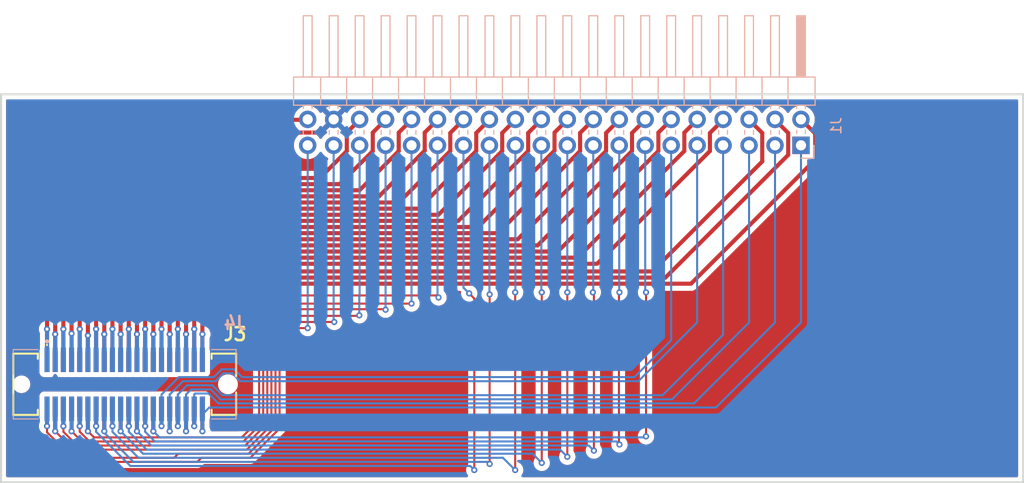
<source format=kicad_pcb>
(kicad_pcb (version 20241229) (generator "pcbnew") (generator_version "9.0")
  (layers (0 "F.Cu" signal) (2 "B.Cu" signal) (13 "F.Paste" user) (15 "B.Paste" user) (5 "F.SilkS" user "F.Silkscreen") (7 "B.SilkS" user "B.Silkscreen") (1 "F.Mask" user) (3 "B.Mask" user) (25 "Edge.Cuts" user))
  (net 0 "")
  (net 1 "Net-(J1-Pin_22)")
  (net 2 "Net-(J1-Pin_24)")
  (net 3 "Net-(J1-Pin_20)")
  (net 4 "Net-(J1-Pin_13)")
  (net 5 "Net-(J1-Pin_14)")
  (net 6 "Net-(J1-Pin_25)")
  (net 7 "Net-(J1-Pin_21)")
  (net 8 "Net-(J1-Pin_28)")
  (net 9 "Net-(J1-Pin_29)")
  (net 10 "Net-(J1-Pin_15)")
  (net 11 "Net-(J1-Pin_19)")
  (net 12 "Net-(J1-Pin_26)")
  (net 13 "Net-(J1-Pin_23)")
  (net 14 "Net-(J1-Pin_12)")
  (net 15 "Net-(J1-Pin_18)")
  (net 16 "Net-(J1-Pin_27)")
  (net 17 "Net-(J1-Pin_11)")
  (net 18 "Net-(J1-Pin_31)")
  (net 19 "Net-(J1-Pin_16)")
  (net 20 "Net-(J1-Pin_30)")
  (net 21 "Net-(J1-Pin_17)")
  (net 22 "+5VD")
  (net 23 "/SDA")
  (net 24 "/SCK")
  (net 25 "/COPI")
  (net 26 "GNDD")
  (net 27 "/SCL")
  (net 28 "/INT")
  (net 29 "+3V3D")
  (net 30 "/CIPO")
  (net 31 "Net-(J1-Pin_9)")
  (net 32 "Net-(J1-Pin_10)")
  (net 33 "Net-(J1-Pin_1)")
  (net 34 "Net-(J1-Pin_8)")
  (net 35 "Net-(J1-Pin_6)")
  (net 36 "Net-(J1-Pin_4)")
  (net 37 "Net-(J1-Pin_3)")
  (net 38 "Net-(J1-Pin_7)")
  (net 39 "Net-(J1-Pin_2)")
  (net 40 "Net-(J1-Pin_5)")
  (footprint "SamacSys_Parts:658855603040" (layer "F.Cu") (at 112.1 95.4)
    (property "Reference" "J3")
    (property "Value" "658801103040" (hide yes))
  )
  (footprint "SamacSys_Parts:658801103040" (layer "B.Cu") (at 112.1 95.4)
    (property "Reference" "J4")
    (property "Value" "658855603040" (hide yes))
  )
  (footprint "Connector_PinHeader_2.54mm:PinHeader_2x20_P2.54mm_Horizontal" (layer "B.Cu") (at 178.26 72 90)
    (property "Reference" "J1")
    (property "Value" "Conn_02x20_Odd_Even")
  )
  (gr_rect (start 100 67) (end 200 105) (stroke (width 0.2)) (fill no) (layer "Edge.Cuts"))
  (segment (start 151.571 70.789) (end 152.86 69.5) (width 0.4) (layer "F.Cu") (net 1))
  (segment (start 144.729182 79.4) (end 151.571 72.558182) (width 0.4) (layer "F.Cu") (net 1))
  (segment (start 111.7 90.5) (end 111.7 87.388166) (width 0.4) (layer "F.Cu") (net 1))
  (segment (start 119.688166 79.4) (end 144.729182 79.4) (width 0.4) (layer "F.Cu") (net 1))
  (segment (start 111.7 93) (end 111.7 90.5) (width 0.4) (layer "F.Cu") (net 1))
  (segment (start 111.7 87.388166) (end 119.688166 79.4) (width 0.4) (layer "F.Cu") (net 1))
  (segment (start 151.571 72.558182) (end 151.571 70.789) (width 0.4) (layer "F.Cu") (net 1))
  (via (at 111.7 90.5) (size 0.6) (drill 0.3) (layers "F.Cu" "B.Cu") (net 1))
  (segment (start 111.7 93.2) (end 111.7 90.5) (width 0.4) (layer "B.Cu") (net 1))
  (segment (start 149.031 70.789) (end 150.32 69.5) (width 0.4) (layer "F.Cu") (net 2))
  (segment (start 110.9 90) (end 110.9 87.339638) (width 0.4) (layer "F.Cu") (net 2))
  (segment (start 149.031 72.558182) (end 149.031 70.789) (width 0.4) (layer "F.Cu") (net 2))
  (segment (start 119.439638 78.8) (end 142.789182 78.8) (width 0.4) (layer "F.Cu") (net 2))
  (segment (start 110.9 93) (end 110.9 90) (width 0.4) (layer "F.Cu") (net 2))
  (segment (start 110.9 87.339638) (end 119.439638 78.8) (width 0.4) (layer "F.Cu") (net 2))
  (segment (start 142.789182 78.8) (end 149.031 72.558182) (width 0.4) (layer "F.Cu") (net 2))
  (via (at 110.9 90) (size 0.6) (drill 0.3) (layers "F.Cu" "B.Cu") (net 2))
  (segment (start 110.9 93.2) (end 110.9 90) (width 0.4) (layer "B.Cu") (net 2))
  (segment (start 154.149 70.751) (end 155.4 69.5) (width 0.4) (layer "F.Cu") (net 3))
  (segment (start 112.5 90) (end 112.5 87.436694) (width 0.4) (layer "F.Cu") (net 3))
  (segment (start 112.5 87.436694) (end 119.936694 80) (width 0.4) (layer "F.Cu") (net 3))
  (segment (start 154.149 72.520182) (end 154.149 70.751) (width 0.4) (layer "F.Cu") (net 3))
  (segment (start 112.5 93) (end 112.5 90) (width 0.4) (layer "F.Cu") (net 3))
  (segment (start 146.669182 80) (end 154.149 72.520182) (width 0.4) (layer "F.Cu") (net 3))
  (segment (start 119.936694 80) (end 146.669182 80) (width 0.4) (layer "F.Cu") (net 3))
  (via (at 112.5 90) (size 0.6) (drill 0.3) (layers "F.Cu" "B.Cu") (net 3))
  (segment (start 112.5 93.2) (end 112.5 90) (width 0.4) (layer "B.Cu") (net 3))
  (segment (start 114.9 100) (end 114.9 97.8) (width 0.4) (layer "F.Cu") (net 4))
  (segment (start 163.1 100.5) (end 163.1 86.4) (width 0.2) (layer "F.Cu") (net 4))
  (via (at 114.9 100) (size 0.6) (drill 0.3) (layers "F.Cu" "B.Cu") (net 4))
  (via (at 163.1 100.5) (size 0.6) (drill 0.3) (layers "F.Cu" "B.Cu") (net 4))
  (via (at 163.1 86.4) (size 0.6) (drill 0.3) (layers "F.Cu" "B.Cu") (net 4))
  (segment (start 114.9 97.6) (end 114.9 100) (width 0.4) (layer "B.Cu") (net 4))
  (segment (start 162.999 100.601) (end 163.1 100.5) (width 0.2) (layer "B.Cu") (net 4))
  (segment (start 160.366685 100.601) (end 162.999 100.601) (width 0.2) (layer "B.Cu") (net 4))
  (segment (start 160.365686 100.6) (end 160.366685 100.601) (width 0.2) (layer "B.Cu") (net 4))
  (segment (start 114.9 100) (end 115.5 100.6) (width 0.2) (layer "B.Cu") (net 4))
  (segment (start 115.5 100.6) (end 116.165686 100.6) (width 0.2) (layer "B.Cu") (net 4))
  (segment (start 163.02 86.32) (end 163.02 72.04) (width 0.2) (layer "B.Cu") (net 4))
  (segment (start 116.165686 100.6) (end 160.365686 100.6) (width 0.2) (layer "B.Cu") (net 4))
  (segment (start 163.1 86.4) (end 163.02 86.32) (width 0.2) (layer "B.Cu") (net 4))
  (segment (start 161.731 72.558182) (end 161.731 70.789) (width 0.4) (layer "F.Cu") (net 5))
  (segment (start 161.731 70.789) (end 163.02 69.5) (width 0.4) (layer "F.Cu") (net 5))
  (segment (start 120.682278 81.8) (end 152.489182 81.8) (width 0.4) (layer "F.Cu") (net 5))
  (segment (start 152.489182 81.8) (end 161.731 72.558182) (width 0.4) (layer "F.Cu") (net 5))
  (segment (start 114.9 93) (end 114.9 90.5) (width 0.4) (layer "F.Cu") (net 5))
  (segment (start 114.9 87.582278) (end 120.682278 81.8) (width 0.4) (layer "F.Cu") (net 5))
  (segment (start 114.9 90.5) (end 114.9 87.582278) (width 0.4) (layer "F.Cu") (net 5))
  (via (at 114.9 90.5) (size 0.6) (drill 0.3) (layers "F.Cu" "B.Cu") (net 5))
  (segment (start 114.9 93.2) (end 114.9 90.5) (width 0.4) (layer "B.Cu") (net 5))
  (segment (start 110.1 100) (end 110.1 97.8) (width 0.4) (layer "F.Cu") (net 6))
  (segment (start 147.8 103.2) (end 147.8 86.6) (width 0.2) (layer "F.Cu") (net 6))
  (via (at 110.1 100) (size 0.6) (drill 0.3) (layers "F.Cu" "B.Cu") (net 6))
  (via (at 147.8 86.6) (size 0.6) (drill 0.3) (layers "F.Cu" "B.Cu") (net 6))
  (via (at 147.8 103.2) (size 0.6) (drill 0.3) (layers "F.Cu" "B.Cu") (net 6))
  (segment (start 110.1 97.6) (end 110.1 100) (width 0.4) (layer "B.Cu") (net 6))
  (segment (start 147.6 103) (end 147.8 103.2) (width 0.2) (layer "B.Cu") (net 6))
  (segment (start 147.78 86.58) (end 147.78 72.04) (width 0.2) (layer "B.Cu") (net 6))
  (segment (start 110.1 100) (end 110.1 100.15) (width 0.2) (layer "B.Cu") (net 6))
  (segment (start 110.1 100.15) (end 112.95 103) (width 0.2) (layer "B.Cu") (net 6))
  (segment (start 112.95 103) (end 147.6 103) (width 0.2) (layer "B.Cu") (net 6))
  (segment (start 147.8 86.6) (end 147.78 86.58) (width 0.2) (layer "B.Cu") (net 6))
  (segment (start 111.7 100) (end 111.7 97.8) (width 0.4) (layer "F.Cu") (net 7))
  (segment (start 152.9 103.1) (end 152.9 86.4) (width 0.2) (layer "F.Cu") (net 7))
  (via (at 152.9 86.4) (size 0.6) (drill 0.3) (layers "F.Cu" "B.Cu") (net 7))
  (via (at 152.9 103.1) (size 0.6) (drill 0.3) (layers "F.Cu" "B.Cu") (net 7))
  (via (at 111.7 100) (size 0.6) (drill 0.3) (layers "F.Cu" "B.Cu") (net 7))
  (segment (start 113.9 102.2) (end 152 102.2) (width 0.2) (layer "B.Cu") (net 7))
  (segment (start 111.7 100) (end 113.9 102.2) (width 0.2) (layer "B.Cu") (net 7))
  (segment (start 152.9 86.4) (end 152.86 86.36) (width 0.2) (layer "B.Cu") (net 7))
  (segment (start 152 102.2) (end 152.9 103.1) (width 0.2) (layer "B.Cu") (net 7))
  (segment (start 111.7 97.6) (end 111.7 100) (width 0.4) (layer "B.Cu") (net 7))
  (segment (start 152.86 86.36) (end 152.86 72.04) (width 0.2) (layer "B.Cu") (net 7))
  (segment (start 145.24 69.5) (end 143.951 70.789) (width 0.4) (layer "F.Cu") (net 8))
  (segment (start 109.3 90) (end 109.3 93) (width 0.4) (layer "F.Cu") (net 8))
  (segment (start 143.951 70.789) (end 143.951 72.558182) (width 0.4) (layer "F.Cu") (net 8))
  (segment (start 143.951 72.558182) (end 138.909182 77.6) (width 0.4) (layer "F.Cu") (net 8))
  (segment (start 109.3 87.242582) (end 109.3 90) (width 0.4) (layer "F.Cu") (net 8))
  (segment (start 118.942582 77.6) (end 109.3 87.242582) (width 0.4) (layer "F.Cu") (net 8))
  (segment (start 138.909182 77.6) (end 118.942582 77.6) (width 0.4) (layer "F.Cu") (net 8))
  (via (at 109.3 90) (size 0.6) (drill 0.3) (layers "F.Cu" "B.Cu") (net 8))
  (segment (start 109.3 93.2) (end 109.3 90) (width 0.4) (layer "B.Cu") (net 8))
  (segment (start 125.25 98.9) (end 125.25 90.35) (width 0.2) (layer "F.Cu") (net 9))
  (segment (start 109.101 100.601) (end 123.549 100.601) (width 0.2) (layer "F.Cu") (net 9))
  (segment (start 108.5 100) (end 109.101 100.601) (width 0.2) (layer "F.Cu") (net 9))
  (segment (start 123.549 100.601) (end 125.25 98.9) (width 0.2) (layer "F.Cu") (net 9))
  (segment (start 142.6 86.7) (end 142.8 86.9) (width 0.2) (layer "F.Cu") (net 9))
  (segment (start 128.9 86.7) (end 142.6 86.7) (width 0.2) (layer "F.Cu") (net 9))
  (segment (start 125.25 90.35) (end 128.9 86.7) (width 0.2) (layer "F.Cu") (net 9))
  (segment (start 108.5 100) (end 108.5 97.8) (width 0.4) (layer "F.Cu") (net 9))
  (via (at 142.8 86.9) (size 0.6) (drill 0.3) (layers "F.Cu" "B.Cu") (net 9))
  (via (at 108.5 100) (size 0.6) (drill 0.3) (layers "F.Cu" "B.Cu") (net 9))
  (segment (start 108.5 97.6) (end 108.5 100) (width 0.4) (layer "B.Cu") (net 9))
  (segment (start 142.8 86.9) (end 142.7 86.8) (width 0.2) (layer "B.Cu") (net 9))
  (segment (start 142.7 86.8) (end 142.7 72.04) (width 0.2) (layer "B.Cu") (net 9))
  (segment (start 160.5 101.3) (end 160.45 101.25) (width 0.2) (layer "F.Cu") (net 10))
  (segment (start 160.45 86.45) (end 160.5 86.4) (width 0.2) (layer "F.Cu") (net 10))
  (segment (start 114.1 99.5) (end 114.1 97.8) (width 0.4) (layer "F.Cu") (net 10))
  (segment (start 160.45 101.25) (end 160.45 86.45) (width 0.2) (layer "F.Cu") (net 10))
  (via (at 114.1 99.5) (size 0.6) (drill 0.3) (layers "F.Cu" "B.Cu") (net 10))
  (via (at 160.5 86.4) (size 0.6) (drill 0.3) (layers "F.Cu" "B.Cu") (net 10))
  (via (at 160.5 101.3) (size 0.6) (drill 0.3) (layers "F.Cu" "B.Cu") (net 10))
  (segment (start 157.665686 101) (end 157.666685 101.001) (width 0.2) (layer "B.Cu") (net 10))
  (segment (start 160.199585 101.001) (end 160.200586 101.002) (width 0.2) (layer "B.Cu") (net 10))
  (segment (start 114.1 99.5) (end 114.1 100.049943) (width 0.2) (layer "B.Cu") (net 10))
  (segment (start 157.666685 101.001) (end 160.199585 101.001) (width 0.2) (layer "B.Cu") (net 10))
  (segment (start 114.1 100.049943) (end 115.050057 101) (width 0.2) (layer "B.Cu") (net 10))
  (segment (start 114.1 97.6) (end 114.1 99.5) (width 0.4) (layer "B.Cu") (net 10))
  (segment (start 160.200586 101.002) (end 160.202 101.002) (width 0.2) (layer "B.Cu") (net 10))
  (segment (start 160.202 101.002) (end 160.5 101.3) (width 0.2) (layer "B.Cu") (net 10))
  (segment (start 160.48 86.38) (end 160.48 72.04) (width 0.2) (layer "B.Cu") (net 10))
  (segment (start 160.5 86.4) (end 160.48 86.38) (width 0.2) (layer "B.Cu") (net 10))
  (segment (start 115.050057 101) (end 157.665686 101) (width 0.2) (layer "B.Cu") (net 10))
  (segment (start 155.4 102.5) (end 155.4 86.4) (width 0.2) (layer "F.Cu") (net 11))
  (segment (start 112.5 99.5) (end 112.5 97.8) (width 0.4) (layer "F.Cu") (net 11))
  (via (at 155.4 102.5) (size 0.6) (drill 0.3) (layers "F.Cu" "B.Cu") (net 11))
  (via (at 112.5 99.5) (size 0.6) (drill 0.3) (layers "F.Cu" "B.Cu") (net 11))
  (via (at 155.4 86.4) (size 0.6) (drill 0.3) (layers "F.Cu" "B.Cu") (net 11))
  (segment (start 112.5 97.6) (end 112.5 99.5) (width 0.4) (layer "B.Cu") (net 11))
  (segment (start 112.5 99.5) (end 112.5 100.049943) (width 0.2) (layer "B.Cu") (net 11))
  (segment (start 154.7 101.8) (end 155.4 102.5) (width 0.2) (layer "B.Cu") (net 11))
  (segment (start 114.250057 101.8) (end 154.7 101.8) (width 0.2) (layer "B.Cu") (net 11))
  (segment (start 155.4 86.4) (end 155.4 72.04) (width 0.2) (layer "B.Cu") (net 11))
  (segment (start 112.5 100.049943) (end 114.250057 101.8) (width 0.2) (layer "B.Cu") (net 11))
  (segment (start 110.1 87.29111) (end 110.1 90.5) (width 0.4) (layer "F.Cu") (net 12))
  (segment (start 146.491 72.556768) (end 140.847768 78.2) (width 0.4) (layer "F.Cu") (net 12))
  (segment (start 147.78 69.5) (end 146.491 70.789) (width 0.4) (layer "F.Cu") (net 12))
  (segment (start 110.1 90.5) (end 110.1 93) (width 0.4) (layer "F.Cu") (net 12))
  (segment (start 119.19111 78.2) (end 110.1 87.29111) (width 0.4) (layer "F.Cu") (net 12))
  (segment (start 146.491 70.789) (end 146.491 72.556768) (width 0.4) (layer "F.Cu") (net 12))
  (segment (start 140.847768 78.2) (end 119.19111 78.2) (width 0.4) (layer "F.Cu") (net 12))
  (via (at 110.1 90.5) (size 0.6) (drill 0.3) (layers "F.Cu" "B.Cu") (net 12))
  (segment (start 110.1 93.2) (end 110.1 90.5) (width 0.4) (layer "B.Cu") (net 12))
  (segment (start 110.9 99.5) (end 110.9 97.8) (width 0.4) (layer "F.Cu") (net 13))
  (segment (start 150.3 103.8) (end 150.3 86.4) (width 0.2) (layer "F.Cu") (net 13))
  (via (at 150.3 86.4) (size 0.6) (drill 0.3) (layers "F.Cu" "B.Cu") (net 13))
  (via (at 110.9 99.5) (size 0.6) (drill 0.3) (layers "F.Cu" "B.Cu") (net 13))
  (via (at 150.3 103.8) (size 0.6) (drill 0.3) (layers "F.Cu" "B.Cu") (net 13))
  (segment (start 110.9 99.5) (end 110.9 100.049943) (width 0.2) (layer "B.Cu") (net 13))
  (segment (start 149.1 102.6) (end 150.3 103.8) (width 0.2) (layer "B.Cu") (net 13))
  (segment (start 110.9 97.6) (end 110.9 99.5) (width 0.4) (layer "B.Cu") (net 13))
  (segment (start 150.32 86.38) (end 150.32 72.04) (width 0.2) (layer "B.Cu") (net 13))
  (segment (start 150.3 86.4) (end 150.32 86.38) (width 0.2) (layer "B.Cu") (net 13))
  (segment (start 113.450057 102.6) (end 149.1 102.6) (width 0.2) (layer "B.Cu") (net 13))
  (segment (start 110.9 100.049943) (end 113.450057 102.6) (width 0.2) (layer "B.Cu") (net 13))
  (segment (start 120.930806 82.4) (end 154.467182 82.4) (width 0.4) (layer "F.Cu") (net 14))
  (segment (start 164.309 70.751) (end 165.56 69.5) (width 0.4) (layer "F.Cu") (net 14))
  (segment (start 115.7 90) (end 115.7 87.630806) (width 0.4) (layer "F.Cu") (net 14))
  (segment (start 164.309 72.558182) (end 164.309 70.751) (width 0.4) (layer "F.Cu") (net 14))
  (segment (start 154.467182 82.4) (end 164.309 72.558182) (width 0.4) (layer "F.Cu") (net 14))
  (segment (start 115.7 87.630806) (end 120.930806 82.4) (width 0.4) (layer "F.Cu") (net 14))
  (segment (start 115.7 93) (end 115.7 90) (width 0.4) (layer "F.Cu") (net 14))
  (via (at 115.7 90) (size 0.6) (drill 0.3) (layers "F.Cu" "B.Cu") (net 14))
  (segment (start 115.7 93.2) (end 115.7 90) (width 0.4) (layer "B.Cu") (net 14))
  (segment (start 113.3 87.485222) (end 120.185222 80.6) (width 0.4) (layer "F.Cu") (net 15))
  (segment (start 156.651 70.789) (end 157.94 69.5) (width 0.4) (layer "F.Cu") (net 15))
  (segment (start 148.609182 80.6) (end 156.651 72.558182) (width 0.4) (layer "F.Cu") (net 15))
  (segment (start 120.185222 80.6) (end 148.609182 80.6) (width 0.4) (layer "F.Cu") (net 15))
  (segment (start 113.3 90.5) (end 113.3 87.485222) (width 0.4) (layer "F.Cu") (net 15))
  (segment (start 156.651 72.558182) (end 156.651 70.789) (width 0.4) (layer "F.Cu") (net 15))
  (segment (start 113.3 93) (end 113.3 90.5) (width 0.4) (layer "F.Cu") (net 15))
  (via (at 113.3 90.5) (size 0.6) (drill 0.3) (layers "F.Cu" "B.Cu") (net 15))
  (segment (start 113.3 93.2) (end 113.3 90.5) (width 0.4) (layer "B.Cu") (net 15))
  (segment (start 146.3 103.8) (end 146.3 87) (width 0.2) (layer "F.Cu") (net 16))
  (segment (start 109.3 99.5) (end 109.3 97.8) (width 0.4) (layer "F.Cu") (net 16))
  (segment (start 146.3 87) (end 145.8 86.5) (width 0.2) (layer "F.Cu") (net 16))
  (via (at 145.8 86.5) (size 0.6) (drill 0.3) (layers "F.Cu" "B.Cu") (net 16))
  (via (at 146.3 103.8) (size 0.6) (drill 0.3) (layers "F.Cu" "B.Cu") (net 16))
  (via (at 109.3 99.5) (size 0.6) (drill 0.3) (layers "F.Cu" "B.Cu") (net 16))
  (segment (start 109.3 99.5) (end 109.3 100.049943) (width 0.2) (layer "B.Cu") (net 16))
  (segment (start 109.3 100.049943) (end 112.650057 103.4) (width 0.2) (layer "B.Cu") (net 16))
  (segment (start 112.650057 103.4) (end 145.9 103.4) (width 0.2) (layer "B.Cu") (net 16))
  (segment (start 145.8 86.5) (end 145.24 85.94) (width 0.2) (layer "B.Cu") (net 16))
  (segment (start 145.24 85.94) (end 145.24 72.04) (width 0.2) (layer "B.Cu") (net 16))
  (segment (start 145.9 103.4) (end 146.3 103.8) (width 0.2) (layer "B.Cu") (net 16))
  (segment (start 109.3 97.6) (end 109.3 99.5) (width 0.4) (layer "B.Cu") (net 16))
  (segment (start 115.7 99.5) (end 115.7 97.8) (width 0.4) (layer "F.Cu") (net 17))
  (via (at 115.7 99.5) (size 0.6) (drill 0.3) (layers "F.Cu" "B.Cu") (net 17))
  (segment (start 122.809764 93.9279) (end 123.581864 94.7) (width 0.2) (layer "B.Cu") (net 17))
  (segment (start 120.818136 94.7) (end 121.590237 93.9279) (width 0.2) (layer "B.Cu") (net 17))
  (segment (start 115.7 96.4) (end 117.4 94.7) (width 0.2) (layer "B.Cu") (net 17))
  (segment (start 165.56 91.1) (end 165.56 72.04) (width 0.2) (layer "B.Cu") (net 17))
  (segment (start 115.7 97.6) (end 115.7 96.4) (width 0.2) (layer "B.Cu") (net 17))
  (segment (start 121.590237 93.9279) (end 122.809764 93.9279) (width 0.2) (layer "B.Cu") (net 17))
  (segment (start 115.7 97.6) (end 115.7 99.5) (width 0.4) (layer "B.Cu") (net 17))
  (segment (start 161.96 94.7) (end 165.56 91.1) (width 0.2) (layer "B.Cu") (net 17))
  (segment (start 123.581864 94.7) (end 161.96 94.7) (width 0.2) (layer "B.Cu") (net 17))
  (segment (start 117.4 94.7) (end 120.818136 94.7) (width 0.2) (layer "B.Cu") (net 17))
  (segment (start 116.834843 101.001) (end 116.833844 101.002) (width 0.2) (layer "F.Cu") (net 18))
  (segment (start 125.65 90.53443) (end 125.65 99.065686) (width 0.2) (layer "F.Cu") (net 18))
  (segment (start 123.714685 101.001) (end 116.834843 101.001) (width 0.2) (layer "F.Cu") (net 18))
  (segment (start 125.65 99.065686) (end 123.714685 101.001) (width 0.2) (layer "F.Cu") (net 18))
  (segment (start 116.833844 101.002) (end 108.9349 101.002) (width 0.2) (layer "F.Cu") (net 18))
  (segment (start 108.9349 101.002) (end 108.933899 101.001) (width 0.2) (layer "F.Cu") (net 18))
  (segment (start 108.651057 101.001) (end 107.7 100.049943) (width 0.2) (layer "F.Cu") (net 18))
  (segment (start 108.933899 101.001) (end 108.651057 101.001) (width 0.2) (layer "F.Cu") (net 18))
  (segment (start 140.16 87.5) (end 128.68443 87.5) (width 0.2) (layer "F.Cu") (net 18))
  (segment (start 107.7 99.5) (end 107.7 97.8) (width 0.4) (layer "F.Cu") (net 18))
  (segment (start 128.68443 87.5) (end 125.65 90.53443) (width 0.2) (layer "F.Cu") (net 18))
  (segment (start 107.7 100.049943) (end 107.7 99.5) (width 0.2) (layer "F.Cu") (net 18))
  (via (at 140.16 87.5) (size 0.6) (drill 0.3) (layers "F.Cu" "B.Cu") (net 18))
  (via (at 107.7 99.5) (size 0.6) (drill 0.3) (layers "F.Cu" "B.Cu") (net 18))
  (segment (start 107.7 97.6) (end 107.7 99.5) (width 0.4) (layer "B.Cu") (net 18))
  (segment (start 140.16 87.5) (end 140.16 72.04) (width 0.2) (layer "B.Cu") (net 18))
  (segment (start 114.1 93) (end 114.1 90) (width 0.4) (layer "F.Cu") (net 19))
  (segment (start 150.549182 81.2) (end 159.191 72.558182) (width 0.4) (layer "F.Cu") (net 19))
  (segment (start 114.1 87.53375) (end 120.43375 81.2) (width 0.4) (layer "F.Cu") (net 19))
  (segment (start 159.191 70.789) (end 160.48 69.5) (width 0.4) (layer "F.Cu") (net 19))
  (segment (start 114.1 90) (end 114.1 87.53375) (width 0.4) (layer "F.Cu") (net 19))
  (segment (start 159.191 72.558182) (end 159.191 70.789) (width 0.4) (layer "F.Cu") (net 19))
  (segment (start 120.43375 81.2) (end 150.549182 81.2) (width 0.4) (layer "F.Cu") (net 19))
  (via (at 114.1 90) (size 0.6) (drill 0.3) (layers "F.Cu" "B.Cu") (net 19))
  (segment (start 114.1 93.2) (end 114.1 90) (width 0.4) (layer "B.Cu") (net 19))
  (segment (start 141.449 70.751) (end 141.449 72.520182) (width 0.4) (layer "F.Cu") (net 20))
  (segment (start 118.694054 77) (end 108.500001 87.194053) (width 0.4) (layer "F.Cu") (net 20))
  (segment (start 142.7 69.5) (end 141.449 70.751) (width 0.4) (layer "F.Cu") (net 20))
  (segment (start 141.449 72.520182) (end 136.969182 77) (width 0.4) (layer "F.Cu") (net 20))
  (segment (start 108.500001 87.194053) (end 108.500001 90.625719) (width 0.4) (layer "F.Cu") (net 20))
  (segment (start 136.969182 77) (end 118.694054 77) (width 0.4) (layer "F.Cu") (net 20))
  (segment (start 108.5 93) (end 108.500001 90.625719) (width 0.4) (layer "F.Cu") (net 20))
  (via (at 108.500001 90.625719) (size 0.6) (drill 0.3) (layers "F.Cu" "B.Cu") (net 20))
  (segment (start 108.5 93.2) (end 108.500001 90.625719) (width 0.4) (layer "B.Cu") (net 20))
  (segment (start 113.3 100) (end 113.3 97.8) (width 0.4) (layer "F.Cu") (net 21))
  (segment (start 158 86.5) (end 157.9 86.4) (width 0.2) (layer "F.Cu") (net 21))
  (segment (start 158 101.9) (end 158 86.5) (width 0.2) (layer "F.Cu") (net 21))
  (via (at 158 101.9) (size 0.6) (drill 0.3) (layers "F.Cu" "B.Cu") (net 21))
  (via (at 157.9 86.4) (size 0.6) (drill 0.3) (layers "F.Cu" "B.Cu") (net 21))
  (via (at 113.3 100) (size 0.6) (drill 0.3) (layers "F.Cu" "B.Cu") (net 21))
  (segment (start 157.94 86.36) (end 157.94 72.04) (width 0.2) (layer "B.Cu") (net 21))
  (segment (start 157.9 86.4) (end 157.94 86.36) (width 0.2) (layer "B.Cu") (net 21))
  (segment (start 157.5 101.4) (end 158 101.9) (width 0.2) (layer "B.Cu") (net 21))
  (segment (start 113.3 100) (end 114.7 101.4) (width 0.2) (layer "B.Cu") (net 21))
  (segment (start 113.3 97.6) (end 113.3 100) (width 0.4) (layer "B.Cu") (net 21))
  (segment (start 114.7 101.4) (end 157.5 101.4) (width 0.2) (layer "B.Cu") (net 21))
  (segment (start 104.5 90) (end 104.5 86.95) (width 0.4) (layer "F.Cu") (net 22))
  (segment (start 104.5 93) (end 104.5 90) (width 0.4) (layer "F.Cu") (net 22))
  (segment (start 121.95 69.5) (end 130 69.5) (width 0.4) (layer "F.Cu") (net 22))
  (segment (start 104.5 86.95) (end 121.95 69.5) (width 0.4) (layer "F.Cu") (net 22))
  (via (at 104.5 90) (size 0.6) (drill 0.3) (layers "F.Cu" "B.Cu") (net 22))
  (segment (start 104.5 93.2) (end 104.5 90) (width 0.4) (layer "B.Cu") (net 22))
  (segment (start 126.05 99.231372) (end 123.88037 101.401) (width 0.2) (layer "F.Cu") (net 23))
  (segment (start 108.768214 101.401) (end 108.301 101.401) (width 0.2) (layer "F.Cu") (net 23))
  (segment (start 106.9 100) (end 106.9 97.8) (width 0.4) (layer "F.Cu") (net 23))
  (segment (start 108.301 101.401) (end 106.9 100) (width 0.2) (layer "F.Cu") (net 23))
  (segment (start 116.999529 101.402) (end 108.769214 101.402) (width 0.2) (layer "F.Cu") (net 23))
  (segment (start 128.700115 88.05) (end 126.05 90.700115) (width 0.2) (layer "F.Cu") (net 23))
  (segment (start 126.05 90.700115) (end 126.05 99.231372) (width 0.2) (layer "F.Cu") (net 23))
  (segment (start 137.62 88.1) (end 137.57 88.05) (width 0.2) (layer "F.Cu") (net 23))
  (segment (start 137.57 88.05) (end 128.700115 88.05) (width 0.2) (layer "F.Cu") (net 23))
  (segment (start 123.88037 101.401) (end 117.000529 101.401) (width 0.2) (layer "F.Cu") (net 23))
  (segment (start 117.000529 101.401) (end 116.999529 101.402) (width 0.2) (layer "F.Cu") (net 23))
  (segment (start 108.769214 101.402) (end 108.768214 101.401) (width 0.2) (layer "F.Cu") (net 23))
  (via (at 106.9 100) (size 0.6) (drill 0.3) (layers "F.Cu" "B.Cu") (net 23))
  (via (at 137.62 88.1) (size 0.6) (drill 0.3) (layers "F.Cu" "B.Cu") (net 23))
  (segment (start 106.9 97.6) (end 106.9 100) (width 0.4) (layer "B.Cu") (net 23))
  (segment (start 137.62 88.1) (end 137.62 72.04) (width 0.2) (layer "B.Cu") (net 23))
  (segment (start 107.852057 101.802) (end 106.1 100.049943) (width 0.2) (layer "F.Cu") (net 24))
  (segment (start 119.266214 101.801) (end 119.265213 101.802) (width 0.2) (layer "F.Cu") (net 24))
  (segment (start 135 88.7) (end 128.617214 88.7) (width 0.2) (layer "F.Cu") (net 24))
  (segment (start 126.45 99.397054) (end 124.046059 101.801) (width 0.2) (layer "F.Cu") (net 24))
  (segment (start 117.165627 101.803) (end 108.603114 101.803) (width 0.2) (layer "F.Cu") (net 24))
  (segment (start 128.617214 88.7) (end 126.45 90.867215) (width 0.2) (layer "F.Cu") (net 24))
  (segment (start 135.05 88.65) (end 135 88.7) (width 0.2) (layer "F.Cu") (net 24))
  (segment (start 106.1 100.049943) (end 106.1 99.5) (width 0.2) (layer "F.Cu") (net 24))
  (segment (start 117.166629 101.802) (end 117.165627 101.803) (width 0.2) (layer "F.Cu") (net 24))
  (segment (start 119.265213 101.802) (end 117.166629 101.802) (width 0.2) (layer "F.Cu") (net 24))
  (segment (start 126.45 90.867215) (end 126.45 99.397054) (width 0.2) (layer "F.Cu") (net 24))
  (segment (start 108.603114 101.803) (end 108.602114 101.802) (width 0.2) (layer "F.Cu") (net 24))
  (segment (start 108.602114 101.802) (end 107.852057 101.802) (width 0.2) (layer "F.Cu") (net 24))
  (segment (start 124.046059 101.801) (end 119.266214 101.801) (width 0.2) (layer "F.Cu") (net 24))
  (segment (start 106.1 99.5) (end 106.1 97.8) (width 0.4) (layer "F.Cu") (net 24))
  (via (at 106.1 99.5) (size 0.6) (drill 0.3) (layers "F.Cu" "B.Cu") (net 24))
  (via (at 135.05 88.65) (size 0.6) (drill 0.3) (layers "F.Cu" "B.Cu") (net 24))
  (segment (start 106.1 97.6) (end 106.1 99.5) (width 0.4) (layer "B.Cu") (net 24))
  (segment (start 135.08 86.78) (end 135.08 72.04) (width 0.2) (layer "B.Cu") (net 24))
  (segment (start 135.05 88.65) (end 135.05 86.81) (width 0.2) (layer "B.Cu") (net 24))
  (segment (start 135.05 86.81) (end 135.08 86.78) (width 0.2) (layer "B.Cu") (net 24))
  (segment (start 119.430898 102.202) (end 117.332315 102.202) (width 0.2) (layer "F.Cu") (net 25))
  (segment (start 126.85 99.562739) (end 124.211744 102.201) (width 0.2) (layer "F.Cu") (net 25))
  (segment (start 132.6 89.3) (end 128.5829 89.3) (width 0.2) (layer "F.Cu") (net 25))
  (segment (start 116.934314 102.6) (end 107.9 102.6) (width 0.2) (layer "F.Cu") (net 25))
  (segment (start 126.85 91.0329) (end 126.85 99.562739) (width 0.2) (layer "F.Cu") (net 25))
  (segment (start 124.211744 102.201) (end 119.4319 102.201) (width 0.2) (layer "F.Cu") (net 25))
  (segment (start 107.9 102.6) (end 105.3 100) (width 0.2) (layer "F.Cu") (net 25))
  (segment (start 128.5829 89.3) (end 126.85 91.0329) (width 0.2) (layer "F.Cu") (net 25))
  (segment (start 105.3 100) (end 105.3 97.8) (width 0.4) (layer "F.Cu") (net 25))
  (segment (start 117.332315 102.202) (end 116.934314 102.6) (width 0.2) (layer "F.Cu") (net 25))
  (segment (start 119.4319 102.201) (end 119.430898 102.202) (width 0.2) (layer "F.Cu") (net 25))
  (via (at 132.6 89.3) (size 0.6) (drill 0.3) (layers "F.Cu" "B.Cu") (net 25))
  (via (at 105.3 100) (size 0.6) (drill 0.3) (layers "F.Cu" "B.Cu") (net 25))
  (segment (start 132.6 89.3) (end 132.54 89.24) (width 0.2) (layer "B.Cu") (net 25))
  (segment (start 105.3 97.6) (end 105.3 100) (width 0.4) (layer "B.Cu") (net 25))
  (segment (start 132.54 89.24) (end 132.54 72.04) (width 0.2) (layer "B.Cu") (net 25))
  (segment (start 105.3 90.5) (end 105.3 86.999942) (width 0.4) (layer "F.Cu") (net 26))
  (segment (start 131.29 70.75) (end 132.54 69.5) (width 0.4) (layer "F.Cu") (net 26))
  (segment (start 122.248 74.6) (end 126.098 70.75) (width 0.4) (layer "F.Cu") (net 26))
  (segment (start 105.3 93) (end 105.3 90.5) (width 0.4) (layer "F.Cu") (net 26))
  (segment (start 105.3 86.999942) (end 117.699942 74.6) (width 0.4) (layer "F.Cu") (net 26))
  (segment (start 126.098 70.75) (end 131.29 70.75) (width 0.4) (layer "F.Cu") (net 26))
  (segment (start 117.699942 74.6) (end 122.248 74.6) (width 0.4) (layer "F.Cu") (net 26))
  (via (at 105.3 90.5) (size 0.6) (drill 0.3) (layers "F.Cu" "B.Cu") (net 26))
  (segment (start 105.3 93.2) (end 105.3 90.5) (width 0.4) (layer "B.Cu") (net 26))
  (segment (start 138.909 72.558182) (end 135.067182 76.4) (width 0.4) (layer "F.Cu") (net 27))
  (segment (start 107.7 93) (end 107.700001 89.998299) (width 0.4) (layer "F.Cu") (net 27))
  (segment (start 118.445526 76.4) (end 107.700001 87.145525) (width 0.4) (layer "F.Cu") (net 27))
  (segment (start 135.067182 76.4) (end 118.445526 76.4) (width 0.4) (layer "F.Cu") (net 27))
  (segment (start 140.16 69.5) (end 138.909 70.751) (width 0.4) (layer "F.Cu") (net 27))
  (segment (start 138.909 70.751) (end 138.909 72.558182) (width 0.4) (layer "F.Cu") (net 27))
  (segment (start 107.700001 87.145525) (end 107.700001 89.998299) (width 0.4) (layer "F.Cu") (net 27))
  (via (at 107.700001 89.998299) (size 0.6) (drill 0.3) (layers "F.Cu" "B.Cu") (net 27))
  (segment (start 107.7 93.2) (end 107.700001 89.998299) (width 0.4) (layer "B.Cu") (net 27))
  (segment (start 136.369 70.751) (end 136.369 72.558182) (width 0.4) (layer "F.Cu") (net 28))
  (segment (start 133.127182 75.8) (end 118.196998 75.8) (width 0.4) (layer "F.Cu") (net 28))
  (segment (start 136.369 72.558182) (end 133.127182 75.8) (width 0.4) (layer "F.Cu") (net 28))
  (segment (start 137.62 69.5) (end 136.369 70.751) (width 0.4) (layer "F.Cu") (net 28))
  (segment (start 106.9 87.096998) (end 106.900001 90.430503) (width 0.4) (layer "F.Cu") (net 28))
  (segment (start 106.9 93) (end 106.900001 90.430503) (width 0.4) (layer "F.Cu") (net 28))
  (segment (start 118.196998 75.8) (end 106.9 87.096998) (width 0.4) (layer "F.Cu") (net 28))
  (via (at 106.900001 90.430503) (size 0.6) (drill 0.3) (layers "F.Cu" "B.Cu") (net 28))
  (segment (start 106.9 93.2) (end 106.900001 90.430503) (width 0.4) (layer "B.Cu") (net 28))
  (segment (start 107.401 103.001) (end 104.5 100.1) (width 0.2) (layer "F.Cu") (net 29))
  (segment (start 127.251 91.199) (end 127.251 99.72884) (width 0.2) (layer "F.Cu") (net 29))
  (segment (start 104.5 99.5) (end 104.5 97.8) (width 0.4) (layer "F.Cu") (net 29))
  (segment (start 119.598 102.602) (end 119.199 103.001) (width 0.2) (layer "F.Cu") (net 29))
  (segment (start 119.199 103.001) (end 107.401 103.001) (width 0.2) (layer "F.Cu") (net 29))
  (segment (start 127.251 99.72884) (end 124.377844 102.602) (width 0.2) (layer "F.Cu") (net 29))
  (segment (start 104.5 100.1) (end 104.5 99.5) (width 0.2) (layer "F.Cu") (net 29))
  (segment (start 130 89.9) (end 128.55 89.9) (width 0.2) (layer "F.Cu") (net 29))
  (segment (start 128.55 89.9) (end 127.251 91.199) (width 0.2) (layer "F.Cu") (net 29))
  (segment (start 124.377844 102.602) (end 119.598 102.602) (width 0.2) (layer "F.Cu") (net 29))
  (via (at 130 89.9) (size 0.6) (drill 0.3) (layers "F.Cu" "B.Cu") (net 29))
  (via (at 104.5 99.5) (size 0.6) (drill 0.3) (layers "F.Cu" "B.Cu") (net 29))
  (segment (start 130 89.9) (end 130 72.04) (width 0.2) (layer "B.Cu") (net 29))
  (segment (start 104.5 97.6) (end 104.5 99.5) (width 0.4) (layer "B.Cu") (net 29))
  (segment (start 106.1 87.04847) (end 117.94847 75.2) (width 0.4) (layer "F.Cu") (net 30))
  (segment (start 133.829 72.558182) (end 133.829 70.751) (width 0.4) (layer "F.Cu") (net 30))
  (segment (start 106.1 90) (end 106.1 87.04847) (width 0.4) (layer "F.Cu") (net 30))
  (segment (start 131.187182 75.2) (end 133.829 72.558182) (width 0.4) (layer "F.Cu") (net 30))
  (segment (start 117.94847 75.2) (end 131.187182 75.2) (width 0.4) (layer "F.Cu") (net 30))
  (segment (start 133.829 70.751) (end 135.08 69.5) (width 0.4) (layer "F.Cu") (net 30))
  (segment (start 106.1 93) (end 106.1 90) (width 0.4) (layer "F.Cu") (net 30))
  (via (at 106.1 90) (size 0.6) (drill 0.3) (layers "F.Cu" "B.Cu") (net 30))
  (segment (start 106.1 93.2) (end 106.1 90) (width 0.4) (layer "B.Cu") (net 30))
  (segment (start 116.5 100) (end 116.5 97.8) (width 0.4) (layer "F.Cu") (net 31))
  (via (at 116.5 100) (size 0.6) (drill 0.3) (layers "F.Cu" "B.Cu") (net 31))
  (segment (start 162.35 95.1) (end 168.1 89.35) (width 0.2) (layer "B.Cu") (net 31))
  (segment (start 123.416178 95.1) (end 162.35 95.1) (width 0.2) (layer "B.Cu") (net 31))
  (segment (start 122.644078 94.3279) (end 123.416178 95.1) (width 0.2) (layer "B.Cu") (net 31))
  (segment (start 121.755922 94.3279) (end 122.644078 94.3279) (width 0.2) (layer "B.Cu") (net 31))
  (segment (start 168.1 89.35) (end 168.1 72.04) (width 0.2) (layer "B.Cu") (net 31))
  (segment (start 116.5 97.6) (end 116.5 100) (width 0.4) (layer "B.Cu") (net 31))
  (segment (start 116.5 96.4) (end 117.8 95.1) (width 0.2) (layer "B.Cu") (net 31))
  (segment (start 117.8 95.1) (end 120.983822 95.1) (width 0.2) (layer "B.Cu") (net 31))
  (segment (start 116.5 97.6) (end 116.5 96.4) (width 0.2) (layer "B.Cu") (net 31))
  (segment (start 120.983822 95.1) (end 121.755922 94.3279) (width 0.2) (layer "B.Cu") (net 31))
  (segment (start 166.849 72.558182) (end 166.849 70.751) (width 0.4) (layer "F.Cu") (net 32))
  (segment (start 166.849 70.751) (end 168.1 69.5) (width 0.4) (layer "F.Cu") (net 32))
  (segment (start 116.5 87.679334) (end 121.179334 83) (width 0.4) (layer "F.Cu") (net 32))
  (segment (start 121.179334 83) (end 156.407182 83) (width 0.4) (layer "F.Cu") (net 32))
  (segment (start 156.407182 83) (end 166.849 72.558182) (width 0.4) (layer "F.Cu") (net 32))
  (segment (start 116.5 93) (end 116.5 90.5) (width 0.4) (layer "F.Cu") (net 32))
  (segment (start 116.5 90.5) (end 116.5 87.679334) (width 0.4) (layer "F.Cu") (net 32))
  (via (at 116.5 90.5) (size 0.6) (drill 0.3) (layers "F.Cu" "B.Cu") (net 32))
  (segment (start 116.5 93.2) (end 116.5 90.5) (width 0.4) (layer "B.Cu") (net 32))
  (segment (start 119.7 100) (end 119.7 97.8) (width 0.4) (layer "F.Cu") (net 33))
  (via (at 119.7 100) (size 0.6) (drill 0.3) (layers "F.Cu" "B.Cu") (net 33))
  (segment (start 120.3779 97.6721) (end 169.937898 97.6721) (width 0.2) (layer "B.Cu") (net 33))
  (segment (start 119.7 97.6) (end 119.7 98.35) (width 0.2) (layer "B.Cu") (net 33))
  (segment (start 178.26 89.349998) (end 178.26 72.04) (width 0.2) (layer "B.Cu") (net 33))
  (segment (start 169.937898 97.6721) (end 178.26 89.349998) (width 0.2) (layer "B.Cu") (net 33))
  (segment (start 119.7 98.35) (end 120.3779 97.6721) (width 0.2) (layer "B.Cu") (net 33))
  (segment (start 119.7 97.6) (end 119.7 100) (width 0.4) (layer "B.Cu") (net 33))
  (segment (start 169.351 72.558182) (end 169.351 70.789) (width 0.4) (layer "F.Cu") (net 34))
  (segment (start 169.351 70.789) (end 170.64 69.5) (width 0.4) (layer "F.Cu") (net 34))
  (segment (start 158.309182 83.6) (end 169.351 72.558182) (width 0.4) (layer "F.Cu") (net 34))
  (segment (start 117.3 87.727862) (end 121.427862 83.6) (width 0.4) (layer "F.Cu") (net 34))
  (segment (start 121.427862 83.6) (end 158.309182 83.6) (width 0.4) (layer "F.Cu") (net 34))
  (segment (start 117.3 90) (end 117.3 87.727862) (width 0.4) (layer "F.Cu") (net 34))
  (segment (start 117.3 93) (end 117.3 90) (width 0.4) (layer "F.Cu") (net 34))
  (via (at 117.3 90) (size 0.6) (drill 0.3) (layers "F.Cu" "B.Cu") (net 34))
  (segment (start 117.3 93.2) (end 117.3 90) (width 0.4) (layer "B.Cu") (net 34))
  (segment (start 121.52639 84.35) (end 163.7 84.35) (width 0.4) (layer "F.Cu") (net 35))
  (segment (start 118.1 93) (end 118.1 90.5) (width 0.4) (layer "F.Cu") (net 35))
  (segment (start 118.1 87.77639) (end 121.52639 84.35) (width 0.4) (layer "F.Cu") (net 35))
  (segment (start 163.7 84.35) (end 174.469 73.581) (width 0.4) (layer "F.Cu") (net 35))
  (segment (start 174.469 70.789) (end 173.18 69.5) (width 0.4) (layer "F.Cu") (net 35))
  (segment (start 174.469 73.581) (end 174.469 70.789) (width 0.4) (layer "F.Cu") (net 35))
  (segment (start 118.1 90.5) (end 118.1 87.77639) (width 0.4) (layer "F.Cu") (net 35))
  (via (at 118.1 90.5) (size 0.6) (drill 0.3) (layers "F.Cu" "B.Cu") (net 35))
  (segment (start 118.1 93.2) (end 118.1 90.5) (width 0.4) (layer "B.Cu") (net 35))
  (segment (start 121.774918 84.95) (end 165 84.95) (width 0.4) (layer "F.Cu") (net 36))
  (segment (start 177.009 70.789) (end 175.72 69.5) (width 0.4) (layer "F.Cu") (net 36))
  (segment (start 118.9 90) (end 118.9 87.824918) (width 0.4) (layer "F.Cu") (net 36))
  (segment (start 118.9 93) (end 118.9 90) (width 0.4) (layer "F.Cu") (net 36))
  (segment (start 177.009 72.941) (end 177.009 70.789) (width 0.4) (layer "F.Cu") (net 36))
  (segment (start 118.9 87.824918) (end 121.774918 84.95) (width 0.4) (layer "F.Cu") (net 36))
  (segment (start 165 84.95) (end 177.009 72.941) (width 0.4) (layer "F.Cu") (net 36))
  (via (at 118.9 90) (size 0.6) (drill 0.3) (layers "F.Cu" "B.Cu") (net 36))
  (segment (start 118.9 93.2) (end 118.9 90) (width 0.4) (layer "B.Cu") (net 36))
  (segment (start 118.9 99.5) (end 118.9 97.8) (width 0.4) (layer "F.Cu") (net 37))
  (via (at 118.9 99.5) (size 0.6) (drill 0.3) (layers "F.Cu" "B.Cu") (net 37))
  (segment (start 119 96.3) (end 120.3 96.3) (width 0.2) (layer "B.Cu") (net 37))
  (segment (start 118.9 97.6) (end 118.9 99.5) (width 0.4) (layer "B.Cu") (net 37))
  (segment (start 118.9 96.4) (end 119 96.3) (width 0.2) (layer "B.Cu") (net 37))
  (segment (start 121.2711 97.2711) (end 167.7989 97.2711) (width 0.2) (layer "B.Cu") (net 37))
  (segment (start 167.7989 97.2711) (end 175.72 89.35) (width 0.2) (layer "B.Cu") (net 37))
  (segment (start 118.9 97.6) (end 118.9 96.4) (width 0.2) (layer "B.Cu") (net 37))
  (segment (start 120.3 96.3) (end 121.2711 97.2711) (width 0.2) (layer "B.Cu") (net 37))
  (segment (start 175.72 89.35) (end 175.72 72.04) (width 0.2) (layer "B.Cu") (net 37))
  (segment (start 117.3 99.5) (end 117.3 97.8) (width 0.4) (layer "F.Cu") (net 38))
  (via (at 117.3 99.5) (size 0.6) (drill 0.3) (layers "F.Cu" "B.Cu") (net 38))
  (segment (start 170.64 90.55208) (end 170.64 72.04) (width 0.2) (layer "B.Cu") (net 38))
  (segment (start 117.3 96.4) (end 118.2 95.5) (width 0.2) (layer "B.Cu") (net 38))
  (segment (start 164.72098 96.4711) (end 170.64 90.55208) (width 0.2) (layer "B.Cu") (net 38))
  (segment (start 121.655415 96.4711) (end 164.72098 96.4711) (width 0.2) (layer "B.Cu") (net 38))
  (segment (start 117.3 97.6) (end 117.3 96.4) (width 0.2) (layer "B.Cu") (net 38))
  (segment (start 120.684316 95.5) (end 121.655415 96.4711) (width 0.2) (layer "B.Cu") (net 38))
  (segment (start 117.3 97.6) (end 117.3 99.5) (width 0.4) (layer "B.Cu") (net 38))
  (segment (start 118.2 95.5) (end 120.684316 95.5) (width 0.2) (layer "B.Cu") (net 38))
  (segment (start 119.7 87.873446) (end 122.023446 85.55) (width 0.4) (layer "F.Cu") (net 39))
  (segment (start 122.023446 85.55) (end 167.5 85.55) (width 0.4) (layer "F.Cu") (net 39))
  (segment (start 119.7 93) (end 119.7 90.5) (width 0.4) (layer "F.Cu") (net 39))
  (segment (start 119.7 90.5) (end 119.7 87.873446) (width 0.4) (layer "F.Cu") (net 39))
  (segment (start 179.65 73.4) (end 179.65 70.85) (width 0.4) (layer "F.Cu") (net 39))
  (segment (start 179.65 70.85) (end 178.26 69.46) (width 0.4) (layer "F.Cu") (net 39))
  (segment (start 167.5 85.55) (end 179.65 73.4) (width 0.4) (layer "F.Cu") (net 39))
  (via (at 119.7 90.5) (size 0.6) (drill 0.3) (layers "F.Cu" "B.Cu") (net 39))
  (segment (start 119.7 93.2) (end 119.7 90.5) (width 0.4) (layer "B.Cu") (net 39))
  (segment (start 118.1 100) (end 118.1 97.8) (width 0.4) (layer "F.Cu") (net 40))
  (via (at 118.1 100) (size 0.6) (drill 0.3) (layers "F.Cu" "B.Cu") (net 40))
  (segment (start 121.48973 96.8711) (end 165.6589 96.8711) (width 0.2) (layer "B.Cu") (net 40))
  (segment (start 118.1 97.6) (end 118.1 96.4) (width 0.2) (layer "B.Cu") (net 40))
  (segment (start 165.6589 96.8711) (end 173.18 89.35) (width 0.2) (layer "B.Cu") (net 40))
  (segment (start 118.1 97.6) (end 118.1 100) (width 0.4) (layer "B.Cu") (net 40))
  (segment (start 120.51863 95.9) (end 121.48973 96.8711) (width 0.2) (layer "B.Cu") (net 40))
  (segment (start 118.1 96.4) (end 118.6 95.9) (width 0.2) (layer "B.Cu") (net 40))
  (segment (start 118.6 95.9) (end 120.51863 95.9) (width 0.2) (layer "B.Cu") (net 40))
  (segment (start 173.18 89.35) (end 173.18 72.04) (width 0.2) (layer "B.Cu") (net 40))
  (zone (net 26) (net_name "GNDD") (layers "F.Cu" "B.Cu") (connect_pads (clearance 0.5)) (min_thickness 0.25) (fill yes (thermal_gap 0.5) (thermal_bridge_width 0.5))
    (polygon (pts (xy 100 67) (xy 200 67) (xy 200 105) (xy 100 105)))
  )
)
</source>
